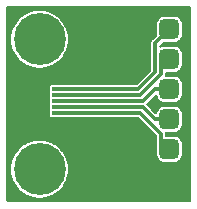
<source format=gtl>
%TF.GenerationSoftware,KiCad,Pcbnew,5.99.0-unknown-dd5676f4bc~131~ubuntu20.04.1*%
%TF.CreationDate,2021-11-28T03:13:36-08:00*%
%TF.ProjectId,breakout,62726561-6b6f-4757-942e-6b696361645f,rev?*%
%TF.SameCoordinates,Original*%
%TF.FileFunction,Copper,L1,Top*%
%TF.FilePolarity,Positive*%
%FSLAX46Y46*%
G04 Gerber Fmt 4.6, Leading zero omitted, Abs format (unit mm)*
G04 Created by KiCad (PCBNEW 5.99.0-unknown-dd5676f4bc~131~ubuntu20.04.1) date 2021-11-28 03:13:36*
%MOMM*%
%LPD*%
G01*
G04 APERTURE LIST*
G04 Aperture macros list*
%AMRoundRect*
0 Rectangle with rounded corners*
0 $1 Rounding radius*
0 $2 $3 $4 $5 $6 $7 $8 $9 X,Y pos of 4 corners*
0 Add a 4 corners polygon primitive as box body*
4,1,4,$2,$3,$4,$5,$6,$7,$8,$9,$2,$3,0*
0 Add four circle primitives for the rounded corners*
1,1,$1+$1,$2,$3*
1,1,$1+$1,$4,$5*
1,1,$1+$1,$6,$7*
1,1,$1+$1,$8,$9*
0 Add four rect primitives between the rounded corners*
20,1,$1+$1,$2,$3,$4,$5,0*
20,1,$1+$1,$4,$5,$6,$7,0*
20,1,$1+$1,$6,$7,$8,$9,0*
20,1,$1+$1,$8,$9,$2,$3,0*%
G04 Aperture macros list end*
%TA.AperFunction,SMDPad,CuDef*%
%ADD10R,0.700000X0.300000*%
%TD*%
%TA.AperFunction,SMDPad,CuDef*%
%ADD11R,1.000000X0.300000*%
%TD*%
%TA.AperFunction,ComponentPad*%
%ADD12C,4.400000*%
%TD*%
%TA.AperFunction,ComponentPad*%
%ADD13RoundRect,0.425000X-0.425000X-0.425000X0.425000X-0.425000X0.425000X0.425000X-0.425000X0.425000X0*%
%TD*%
%TA.AperFunction,Conductor*%
%ADD14C,0.300000*%
%TD*%
G04 APERTURE END LIST*
D10*
%TO.P,J2,1,Pin_1*%
%TO.N,Net-(J1-Pad1)*%
X118400000Y-96250000D03*
%TO.P,J2,2,Pin_2*%
%TO.N,Net-(J1-Pad2)*%
X118400000Y-96750000D03*
%TO.P,J2,3,Pin_3*%
%TO.N,Net-(J1-Pad3)*%
X118400000Y-97250000D03*
%TO.P,J2,4,Pin_4*%
%TO.N,Net-(J1-Pad4)*%
X118400000Y-97750000D03*
%TO.P,J2,5,Pin_5*%
%TO.N,Net-(J1-Pad5)*%
X118400000Y-98250000D03*
%TO.P,J2,6,Pin_6*%
%TO.N,Net-(J1-Pad6)*%
X118400000Y-98750000D03*
D11*
%TO.P,J2,SH*%
X115750000Y-99540000D03*
X115750000Y-95460000D03*
%TD*%
D12*
%TO.P,REF\u002A\u002A,1*%
%TO.N,N/C*%
X117000000Y-103000000D03*
%TD*%
D13*
%TO.P,J1,1,Pin_1*%
%TO.N,Net-(J1-Pad1)*%
X128000000Y-91150000D03*
%TO.P,J1,2,Pin_2*%
%TO.N,Net-(J1-Pad2)*%
X128000000Y-93690000D03*
%TO.P,J1,3,Pin_3*%
%TO.N,Net-(J1-Pad3)*%
X128000000Y-96230000D03*
%TO.P,J1,4,Pin_4*%
%TO.N,Net-(J1-Pad4)*%
X128000000Y-98770000D03*
%TO.P,J1,5,Pin_5*%
%TO.N,Net-(J1-Pad5)*%
X128000000Y-101310000D03*
%TO.P,J1,6,Pin_6*%
%TO.N,Net-(J1-Pad6)*%
X128000000Y-103850000D03*
%TD*%
D12*
%TO.P,REF\u002A\u002A,1*%
%TO.N,N/C*%
X117000000Y-92000000D03*
%TD*%
D14*
%TO.N,Net-(J1-Pad1)*%
X125328236Y-96250000D02*
X126800480Y-94777756D01*
X118400000Y-96250000D02*
X125328236Y-96250000D01*
X126800480Y-94777756D02*
X126800480Y-92349520D01*
X126800480Y-92349520D02*
X128000000Y-91150000D01*
%TO.N,Net-(J1-Pad2)*%
X127810000Y-93500000D02*
X128000000Y-93690000D01*
X125535144Y-96749520D02*
X127300000Y-94984663D01*
X127300000Y-94984663D02*
X127299999Y-93500000D01*
X127299999Y-93500000D02*
X127810000Y-93500000D01*
X119250480Y-96749520D02*
X125535144Y-96749520D01*
X119250000Y-96750000D02*
X119250480Y-96749520D01*
X118400000Y-96750000D02*
X119250000Y-96750000D01*
%TO.N,Net-(J1-Pad3)*%
X125741092Y-97250000D02*
X126761091Y-96230000D01*
X126761091Y-96230000D02*
X128000000Y-96230000D01*
X118400000Y-97250000D02*
X125741092Y-97250000D01*
%TO.N,Net-(J1-Pad4)*%
X126761091Y-98770000D02*
X128000000Y-98770000D01*
X125741092Y-97750000D02*
X126761091Y-98770000D01*
X118400000Y-97750000D02*
X125741092Y-97750000D01*
%TO.N,Net-(J1-Pad5)*%
X127299999Y-101500000D02*
X127810000Y-101500000D01*
X127810000Y-101500000D02*
X128000000Y-101310000D01*
X127300000Y-100015337D02*
X127299999Y-101500000D01*
X118400000Y-98250000D02*
X125534664Y-98250000D01*
X125534664Y-98250000D02*
X127300000Y-100015337D01*
%TO.N,Net-(J1-Pad6)*%
X126800480Y-102650480D02*
X128000000Y-103850000D01*
X118400000Y-98750000D02*
X125328236Y-98750000D01*
X125328236Y-98750000D02*
X126800480Y-100222244D01*
X126800480Y-100222244D02*
X126800480Y-102650480D01*
%TD*%
%TA.AperFunction,Conductor*%
%TO.N,Net-(J1-Pad6)*%
G36*
X129759191Y-89218907D02*
G01*
X129795155Y-89268407D01*
X129800000Y-89299000D01*
X129800000Y-105701000D01*
X129781093Y-105759191D01*
X129731593Y-105795155D01*
X129701000Y-105800000D01*
X114299000Y-105800000D01*
X114240809Y-105781093D01*
X114204845Y-105731593D01*
X114200000Y-105701000D01*
X114200000Y-103000000D01*
X114594754Y-103000000D01*
X114613720Y-103301457D01*
X114670319Y-103598160D01*
X114671275Y-103601102D01*
X114671277Y-103601110D01*
X114749063Y-103840509D01*
X114763659Y-103885430D01*
X114892267Y-104158736D01*
X115054115Y-104413768D01*
X115246651Y-104646504D01*
X115466838Y-104853274D01*
X115711205Y-105030816D01*
X115713932Y-105032315D01*
X115973174Y-105174836D01*
X115973180Y-105174839D01*
X115975896Y-105176332D01*
X115978784Y-105177475D01*
X115978783Y-105177475D01*
X116253848Y-105286381D01*
X116253851Y-105286382D01*
X116256738Y-105287525D01*
X116259741Y-105288296D01*
X116259747Y-105288298D01*
X116546295Y-105361870D01*
X116549302Y-105362642D01*
X116552383Y-105363031D01*
X116552387Y-105363032D01*
X116651903Y-105375604D01*
X116848973Y-105400500D01*
X117151027Y-105400500D01*
X117348097Y-105375604D01*
X117447613Y-105363032D01*
X117447617Y-105363031D01*
X117450698Y-105362642D01*
X117453705Y-105361870D01*
X117740253Y-105288298D01*
X117740259Y-105288296D01*
X117743262Y-105287525D01*
X117746149Y-105286382D01*
X117746152Y-105286381D01*
X118021217Y-105177475D01*
X118021216Y-105177475D01*
X118024104Y-105176332D01*
X118026820Y-105174839D01*
X118026826Y-105174836D01*
X118286068Y-105032315D01*
X118288795Y-105030816D01*
X118533162Y-104853274D01*
X118753349Y-104646504D01*
X118945885Y-104413768D01*
X119107733Y-104158736D01*
X119236341Y-103885430D01*
X119250937Y-103840509D01*
X119328723Y-103601110D01*
X119328725Y-103601102D01*
X119329681Y-103598160D01*
X119386280Y-103301457D01*
X119405246Y-103000000D01*
X119386280Y-102698543D01*
X119329681Y-102401840D01*
X119328725Y-102398898D01*
X119328723Y-102398890D01*
X119237303Y-102117531D01*
X119236341Y-102114570D01*
X119107733Y-101841264D01*
X118945885Y-101586232D01*
X118890868Y-101519727D01*
X118755330Y-101355891D01*
X118753349Y-101353496D01*
X118533162Y-101146726D01*
X118288795Y-100969184D01*
X118208014Y-100924774D01*
X118026826Y-100825164D01*
X118026820Y-100825161D01*
X118024104Y-100823668D01*
X117942640Y-100791414D01*
X117746152Y-100713619D01*
X117746149Y-100713618D01*
X117743262Y-100712475D01*
X117740259Y-100711704D01*
X117740253Y-100711702D01*
X117453705Y-100638130D01*
X117453704Y-100638130D01*
X117450698Y-100637358D01*
X117447617Y-100636969D01*
X117447613Y-100636968D01*
X117348097Y-100624396D01*
X117151027Y-100599500D01*
X116848973Y-100599500D01*
X116651903Y-100624396D01*
X116552387Y-100636968D01*
X116552383Y-100636969D01*
X116549302Y-100637358D01*
X116546296Y-100638130D01*
X116546295Y-100638130D01*
X116259747Y-100711702D01*
X116259741Y-100711704D01*
X116256738Y-100712475D01*
X116253851Y-100713618D01*
X116253848Y-100713619D01*
X116057360Y-100791414D01*
X115975896Y-100823668D01*
X115973180Y-100825161D01*
X115973174Y-100825164D01*
X115791986Y-100924774D01*
X115711205Y-100969184D01*
X115466838Y-101146726D01*
X115246651Y-101353496D01*
X115244670Y-101355891D01*
X115109133Y-101519727D01*
X115054115Y-101586232D01*
X114892267Y-101841264D01*
X114763659Y-102114570D01*
X114762697Y-102117531D01*
X114671277Y-102398890D01*
X114671275Y-102398898D01*
X114670319Y-102401840D01*
X114613720Y-102698543D01*
X114594754Y-103000000D01*
X114200000Y-103000000D01*
X114200000Y-96080252D01*
X117849500Y-96080252D01*
X117849500Y-96419748D01*
X117850448Y-96424512D01*
X117861133Y-96478231D01*
X117857836Y-96478887D01*
X117861203Y-96521664D01*
X117861133Y-96521769D01*
X117849500Y-96580252D01*
X117849500Y-96919748D01*
X117850448Y-96924512D01*
X117861133Y-96978231D01*
X117857836Y-96978887D01*
X117861203Y-97021664D01*
X117861133Y-97021769D01*
X117849500Y-97080252D01*
X117849500Y-97419748D01*
X117856523Y-97455054D01*
X117861133Y-97478231D01*
X117857836Y-97478887D01*
X117861203Y-97521664D01*
X117861133Y-97521769D01*
X117849500Y-97580252D01*
X117849500Y-97919748D01*
X117850448Y-97924512D01*
X117861133Y-97978231D01*
X117857836Y-97978887D01*
X117861203Y-98021664D01*
X117861133Y-98021769D01*
X117849500Y-98080252D01*
X117849500Y-98419748D01*
X117861133Y-98478231D01*
X117905448Y-98544552D01*
X117971769Y-98588867D01*
X117981332Y-98590769D01*
X117981334Y-98590770D01*
X118004005Y-98595279D01*
X118030252Y-98600500D01*
X125348474Y-98600500D01*
X125406665Y-98619407D01*
X125418478Y-98629496D01*
X126920504Y-100131522D01*
X126948281Y-100186039D01*
X126949500Y-100201526D01*
X126949499Y-100967685D01*
X126949499Y-101480290D01*
X126949130Y-101488833D01*
X126945748Y-101527880D01*
X126947721Y-101535821D01*
X126948363Y-101543981D01*
X126948142Y-101543998D01*
X126949501Y-101555102D01*
X126949501Y-101798162D01*
X126952291Y-101833627D01*
X126996382Y-101985390D01*
X127076830Y-102121420D01*
X127188580Y-102233170D01*
X127324610Y-102313618D01*
X127330591Y-102315356D01*
X127330592Y-102315356D01*
X127471515Y-102356298D01*
X127471518Y-102356299D01*
X127476373Y-102357709D01*
X127481413Y-102358106D01*
X127481415Y-102358106D01*
X127496891Y-102359324D01*
X127511837Y-102360500D01*
X127999874Y-102360500D01*
X128488162Y-102360499D01*
X128490106Y-102360346D01*
X128490108Y-102360346D01*
X128518586Y-102358106D01*
X128518590Y-102358105D01*
X128523627Y-102357709D01*
X128675390Y-102313618D01*
X128811420Y-102233170D01*
X128923170Y-102121420D01*
X129003618Y-101985390D01*
X129005356Y-101979408D01*
X129046298Y-101838485D01*
X129046299Y-101838482D01*
X129047709Y-101833627D01*
X129050500Y-101798163D01*
X129050499Y-100821838D01*
X129047709Y-100786373D01*
X129003618Y-100634610D01*
X128923170Y-100498580D01*
X128811420Y-100386830D01*
X128675390Y-100306382D01*
X128669408Y-100304644D01*
X128528485Y-100263702D01*
X128528482Y-100263701D01*
X128523627Y-100262291D01*
X128518587Y-100261894D01*
X128518585Y-100261894D01*
X128503109Y-100260676D01*
X128488163Y-100259500D01*
X128471982Y-100259500D01*
X127749500Y-100259501D01*
X127691309Y-100240594D01*
X127655345Y-100191094D01*
X127650500Y-100160501D01*
X127650500Y-100063286D01*
X127652718Y-100042450D01*
X127653228Y-100040079D01*
X127654951Y-100032077D01*
X127651186Y-100000266D01*
X127650839Y-99994375D01*
X127650836Y-99994375D01*
X127650500Y-99990307D01*
X127650500Y-99986222D01*
X127647502Y-99968210D01*
X127646847Y-99963605D01*
X127643004Y-99931137D01*
X127654941Y-99871127D01*
X127699870Y-99829594D01*
X127741318Y-99820500D01*
X128476391Y-99820499D01*
X128488162Y-99820499D01*
X128490106Y-99820346D01*
X128490108Y-99820346D01*
X128518586Y-99818106D01*
X128518590Y-99818105D01*
X128523627Y-99817709D01*
X128675390Y-99773618D01*
X128811420Y-99693170D01*
X128923170Y-99581420D01*
X129003618Y-99445390D01*
X129047709Y-99293627D01*
X129050500Y-99258163D01*
X129050499Y-98281838D01*
X129047709Y-98246373D01*
X129003618Y-98094610D01*
X128923170Y-97958580D01*
X128811420Y-97846830D01*
X128675390Y-97766382D01*
X128669408Y-97764644D01*
X128528485Y-97723702D01*
X128528482Y-97723701D01*
X128523627Y-97722291D01*
X128518587Y-97721894D01*
X128518585Y-97721894D01*
X128503109Y-97720676D01*
X128488163Y-97719500D01*
X128000126Y-97719500D01*
X127511838Y-97719501D01*
X127509894Y-97719654D01*
X127509892Y-97719654D01*
X127481414Y-97721894D01*
X127481410Y-97721895D01*
X127476373Y-97722291D01*
X127324610Y-97766382D01*
X127188580Y-97846830D01*
X127076830Y-97958580D01*
X126996382Y-98094610D01*
X126952291Y-98246373D01*
X126952198Y-98247549D01*
X126923752Y-98300270D01*
X126868596Y-98326755D01*
X126808406Y-98315762D01*
X126785413Y-98298640D01*
X126450719Y-97963945D01*
X126056777Y-97570003D01*
X126029000Y-97515486D01*
X126038571Y-97455054D01*
X126056772Y-97430002D01*
X126785416Y-96701357D01*
X126839930Y-96673581D01*
X126900362Y-96683152D01*
X126943627Y-96726417D01*
X126952130Y-96751574D01*
X126952291Y-96753627D01*
X126996382Y-96905390D01*
X127007691Y-96924512D01*
X127068115Y-97026683D01*
X127076830Y-97041420D01*
X127188580Y-97153170D01*
X127324610Y-97233618D01*
X127330591Y-97235356D01*
X127330592Y-97235356D01*
X127471515Y-97276298D01*
X127471518Y-97276299D01*
X127476373Y-97277709D01*
X127481413Y-97278106D01*
X127481415Y-97278106D01*
X127496891Y-97279324D01*
X127511837Y-97280500D01*
X127999874Y-97280500D01*
X128488162Y-97280499D01*
X128490106Y-97280346D01*
X128490108Y-97280346D01*
X128518586Y-97278106D01*
X128518590Y-97278105D01*
X128523627Y-97277709D01*
X128675390Y-97233618D01*
X128811420Y-97153170D01*
X128923170Y-97041420D01*
X128931886Y-97026683D01*
X128992309Y-96924512D01*
X129003618Y-96905390D01*
X129005356Y-96899408D01*
X129046298Y-96758485D01*
X129046299Y-96758482D01*
X129047709Y-96753627D01*
X129050500Y-96718163D01*
X129050499Y-95741838D01*
X129047709Y-95706373D01*
X129003618Y-95554610D01*
X128923170Y-95418580D01*
X128811420Y-95306830D01*
X128675390Y-95226382D01*
X128669408Y-95224644D01*
X128528485Y-95183702D01*
X128528482Y-95183701D01*
X128523627Y-95182291D01*
X128518587Y-95181894D01*
X128518585Y-95181894D01*
X128503109Y-95180676D01*
X128488163Y-95179500D01*
X128476674Y-95179500D01*
X127742780Y-95179501D01*
X127684590Y-95160594D01*
X127648626Y-95111094D01*
X127649249Y-95058275D01*
X127646681Y-95057722D01*
X127647993Y-95051629D01*
X127650055Y-95045757D01*
X127650500Y-95040619D01*
X127650500Y-95038481D01*
X127650574Y-95036762D01*
X127650689Y-95035401D01*
X127652544Y-95029199D01*
X127650576Y-94979108D01*
X127650500Y-94975221D01*
X127650500Y-94839500D01*
X127669407Y-94781309D01*
X127718907Y-94745345D01*
X127749500Y-94740500D01*
X128471973Y-94740499D01*
X128488162Y-94740499D01*
X128490106Y-94740346D01*
X128490108Y-94740346D01*
X128518586Y-94738106D01*
X128518590Y-94738105D01*
X128523627Y-94737709D01*
X128675390Y-94693618D01*
X128811420Y-94613170D01*
X128923170Y-94501420D01*
X129003618Y-94365390D01*
X129047709Y-94213627D01*
X129050500Y-94178163D01*
X129050499Y-93201838D01*
X129047709Y-93166373D01*
X129003618Y-93014610D01*
X128923170Y-92878580D01*
X128811420Y-92766830D01*
X128675390Y-92686382D01*
X128669408Y-92684644D01*
X128528485Y-92643702D01*
X128528482Y-92643701D01*
X128523627Y-92642291D01*
X128518587Y-92641894D01*
X128518585Y-92641894D01*
X128503109Y-92640676D01*
X128488163Y-92639500D01*
X128000126Y-92639500D01*
X127511838Y-92639501D01*
X127509894Y-92639654D01*
X127509892Y-92639654D01*
X127481414Y-92641894D01*
X127481410Y-92641895D01*
X127476373Y-92642291D01*
X127324610Y-92686382D01*
X127300373Y-92700716D01*
X127240665Y-92714063D01*
X127184511Y-92689764D01*
X127153365Y-92637100D01*
X127150980Y-92615502D01*
X127150980Y-92535710D01*
X127169887Y-92477519D01*
X127179976Y-92465706D01*
X127417773Y-92227909D01*
X127472290Y-92200132D01*
X127495543Y-92199218D01*
X127509548Y-92200320D01*
X127511837Y-92200500D01*
X127999874Y-92200500D01*
X128488162Y-92200499D01*
X128490106Y-92200346D01*
X128490108Y-92200346D01*
X128518586Y-92198106D01*
X128518590Y-92198105D01*
X128523627Y-92197709D01*
X128675390Y-92153618D01*
X128777685Y-92093121D01*
X128806055Y-92076343D01*
X128806056Y-92076342D01*
X128811420Y-92073170D01*
X128923170Y-91961420D01*
X129003618Y-91825390D01*
X129039567Y-91701652D01*
X129046298Y-91678485D01*
X129046299Y-91678482D01*
X129047709Y-91673627D01*
X129050500Y-91638163D01*
X129050499Y-90661838D01*
X129047709Y-90626373D01*
X129003618Y-90474610D01*
X128923170Y-90338580D01*
X128811420Y-90226830D01*
X128675390Y-90146382D01*
X128669408Y-90144644D01*
X128528485Y-90103702D01*
X128528482Y-90103701D01*
X128523627Y-90102291D01*
X128518587Y-90101894D01*
X128518585Y-90101894D01*
X128503109Y-90100676D01*
X128488163Y-90099500D01*
X128000126Y-90099500D01*
X127511838Y-90099501D01*
X127509894Y-90099654D01*
X127509892Y-90099654D01*
X127481414Y-90101894D01*
X127481410Y-90101895D01*
X127476373Y-90102291D01*
X127324610Y-90146382D01*
X127188580Y-90226830D01*
X127076830Y-90338580D01*
X126996382Y-90474610D01*
X126952291Y-90626373D01*
X126949500Y-90661837D01*
X126949501Y-91638162D01*
X126949654Y-91640103D01*
X126949654Y-91640111D01*
X126950783Y-91654461D01*
X126936497Y-91713955D01*
X126922091Y-91732228D01*
X126586545Y-92067773D01*
X126570244Y-92080938D01*
X126561328Y-92086695D01*
X126541495Y-92111852D01*
X126537581Y-92116257D01*
X126537582Y-92116258D01*
X126534929Y-92119389D01*
X126532052Y-92122266D01*
X126521436Y-92137121D01*
X126518650Y-92140832D01*
X126489088Y-92178331D01*
X126486522Y-92185638D01*
X126485875Y-92186883D01*
X126481369Y-92193189D01*
X126479025Y-92201028D01*
X126467688Y-92238935D01*
X126466247Y-92243371D01*
X126450425Y-92288426D01*
X126449980Y-92293564D01*
X126449980Y-92295702D01*
X126449906Y-92297421D01*
X126449791Y-92298782D01*
X126447936Y-92304984D01*
X126448257Y-92313155D01*
X126449904Y-92355074D01*
X126449980Y-92358961D01*
X126449980Y-94591567D01*
X126431073Y-94649758D01*
X126420984Y-94661571D01*
X125212050Y-95870504D01*
X125157533Y-95898281D01*
X125142046Y-95899500D01*
X118030252Y-95899500D01*
X118004005Y-95904721D01*
X117981334Y-95909230D01*
X117981332Y-95909231D01*
X117971769Y-95911133D01*
X117905448Y-95955448D01*
X117861133Y-96021769D01*
X117849500Y-96080252D01*
X114200000Y-96080252D01*
X114200000Y-92000000D01*
X114594754Y-92000000D01*
X114594949Y-92003099D01*
X114613512Y-92298149D01*
X114613720Y-92301457D01*
X114670319Y-92598160D01*
X114671275Y-92601102D01*
X114671277Y-92601110D01*
X114700083Y-92689764D01*
X114763659Y-92885430D01*
X114892267Y-93158736D01*
X115054115Y-93413768D01*
X115246651Y-93646504D01*
X115466838Y-93853274D01*
X115711205Y-94030816D01*
X115713932Y-94032315D01*
X115973174Y-94174836D01*
X115973180Y-94174839D01*
X115975896Y-94176332D01*
X115978784Y-94177475D01*
X115978783Y-94177475D01*
X116253848Y-94286381D01*
X116253851Y-94286382D01*
X116256738Y-94287525D01*
X116259741Y-94288296D01*
X116259747Y-94288298D01*
X116536706Y-94359408D01*
X116549302Y-94362642D01*
X116552383Y-94363031D01*
X116552387Y-94363032D01*
X116651903Y-94375604D01*
X116848973Y-94400500D01*
X117151027Y-94400500D01*
X117348097Y-94375604D01*
X117447613Y-94363032D01*
X117447617Y-94363031D01*
X117450698Y-94362642D01*
X117463294Y-94359408D01*
X117740253Y-94288298D01*
X117740259Y-94288296D01*
X117743262Y-94287525D01*
X117746149Y-94286382D01*
X117746152Y-94286381D01*
X118021217Y-94177475D01*
X118021216Y-94177475D01*
X118024104Y-94176332D01*
X118026820Y-94174839D01*
X118026826Y-94174836D01*
X118286068Y-94032315D01*
X118288795Y-94030816D01*
X118533162Y-93853274D01*
X118753349Y-93646504D01*
X118945885Y-93413768D01*
X119107733Y-93158736D01*
X119236341Y-92885430D01*
X119299917Y-92689764D01*
X119328723Y-92601110D01*
X119328725Y-92601102D01*
X119329681Y-92598160D01*
X119386280Y-92301457D01*
X119386489Y-92298149D01*
X119405051Y-92003099D01*
X119405246Y-92000000D01*
X119393884Y-91819408D01*
X119386476Y-91701652D01*
X119386475Y-91701646D01*
X119386280Y-91698543D01*
X119329681Y-91401840D01*
X119328725Y-91398898D01*
X119328723Y-91398890D01*
X119237303Y-91117531D01*
X119236341Y-91114570D01*
X119107733Y-90841264D01*
X118945885Y-90586232D01*
X118753349Y-90353496D01*
X118533162Y-90146726D01*
X118530297Y-90144644D01*
X118468161Y-90099500D01*
X118288795Y-89969184D01*
X118208014Y-89924774D01*
X118026826Y-89825164D01*
X118026820Y-89825161D01*
X118024104Y-89823668D01*
X117978735Y-89805705D01*
X117746152Y-89713619D01*
X117746149Y-89713618D01*
X117743262Y-89712475D01*
X117740259Y-89711704D01*
X117740253Y-89711702D01*
X117453705Y-89638130D01*
X117453704Y-89638130D01*
X117450698Y-89637358D01*
X117447617Y-89636969D01*
X117447613Y-89636968D01*
X117348097Y-89624396D01*
X117151027Y-89599500D01*
X116848973Y-89599500D01*
X116651903Y-89624396D01*
X116552387Y-89636968D01*
X116552383Y-89636969D01*
X116549302Y-89637358D01*
X116546296Y-89638130D01*
X116546295Y-89638130D01*
X116259747Y-89711702D01*
X116259741Y-89711704D01*
X116256738Y-89712475D01*
X116253851Y-89713618D01*
X116253848Y-89713619D01*
X116021265Y-89805705D01*
X115975896Y-89823668D01*
X115973180Y-89825161D01*
X115973174Y-89825164D01*
X115791986Y-89924774D01*
X115711205Y-89969184D01*
X115531839Y-90099500D01*
X115469704Y-90144644D01*
X115466838Y-90146726D01*
X115246651Y-90353496D01*
X115054115Y-90586232D01*
X114892267Y-90841264D01*
X114763659Y-91114570D01*
X114762697Y-91117531D01*
X114671277Y-91398890D01*
X114671275Y-91398898D01*
X114670319Y-91401840D01*
X114613720Y-91698543D01*
X114613525Y-91701646D01*
X114613524Y-91701652D01*
X114606116Y-91819408D01*
X114594754Y-92000000D01*
X114200000Y-92000000D01*
X114200000Y-89299000D01*
X114218907Y-89240809D01*
X114268407Y-89204845D01*
X114299000Y-89200000D01*
X129701000Y-89200000D01*
X129759191Y-89218907D01*
G37*
%TD.AperFunction*%
%TD*%
M02*

</source>
